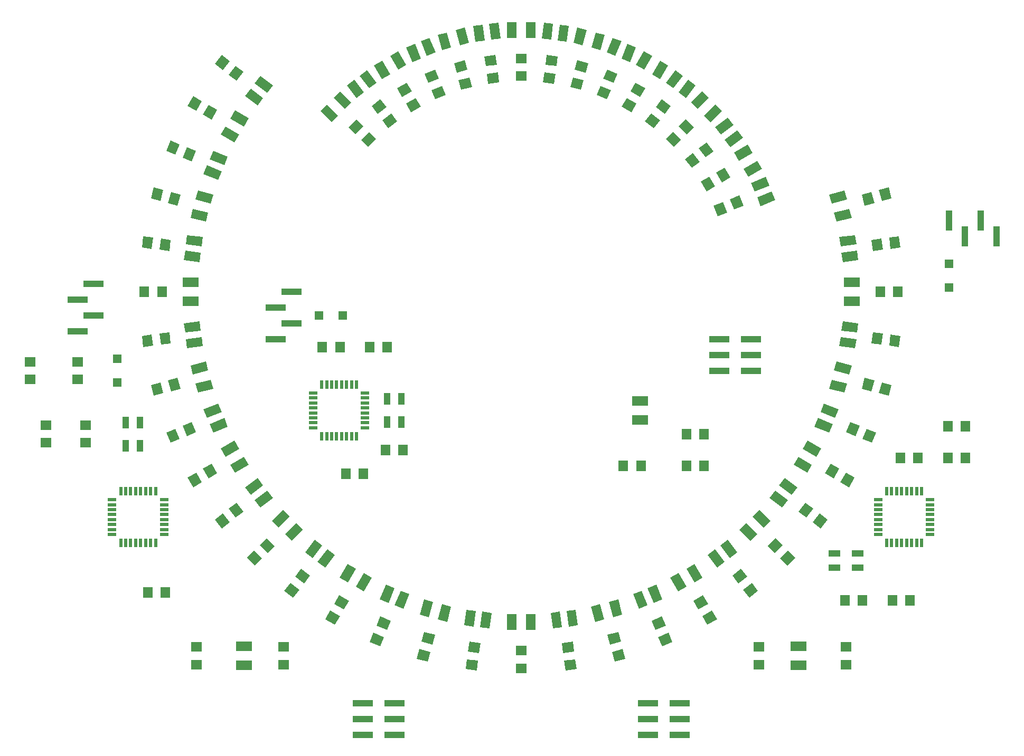
<source format=gbr>
G04 EAGLE Gerber RS-274X export*
G75*
%MOMM*%
%FSLAX34Y34*%
%LPD*%
%INSolderpaste Top*%
%IPPOS*%
%AMOC8*
5,1,8,0,0,1.08239X$1,22.5*%
G01*
%ADD10R,0.550000X1.470000*%
%ADD11R,1.470000X0.550000*%
%ADD12R,2.600000X1.500000*%
%ADD13R,1.400000X1.400000*%
%ADD14R,1.803000X1.600000*%
%ADD15R,1.900000X1.100000*%
%ADD16R,1.600000X1.800000*%
%ADD17R,1.600000X1.803000*%
%ADD18R,1.100000X1.900000*%
%ADD19R,1.800000X1.600000*%
%ADD20R,2.540000X1.500000*%
%ADD21R,1.500000X2.540000*%
%ADD22R,3.302000X1.016000*%
%ADD23R,1.016000X3.302000*%


D10*
X585956Y-403500D03*
X593956Y-403500D03*
X601956Y-403500D03*
X609956Y-403500D03*
X617956Y-403500D03*
X625956Y-403500D03*
X633956Y-403500D03*
X641956Y-403500D03*
D11*
X655656Y-389800D03*
X655656Y-381800D03*
X655656Y-373800D03*
X655656Y-365800D03*
X655656Y-357800D03*
X655656Y-349800D03*
X655656Y-341800D03*
X655656Y-333800D03*
D10*
X641956Y-320100D03*
X633956Y-320100D03*
X625956Y-320100D03*
X617956Y-320100D03*
X609956Y-320100D03*
X601956Y-320100D03*
X593956Y-320100D03*
X585956Y-320100D03*
D11*
X572256Y-333800D03*
X572256Y-341800D03*
X572256Y-349800D03*
X572256Y-357800D03*
X572256Y-365800D03*
X572256Y-373800D03*
X572256Y-381800D03*
X572256Y-389800D03*
D12*
X444500Y-569200D03*
X444500Y-599200D03*
D13*
X685800Y44400D03*
X685800Y6400D03*
D14*
X381000Y-569980D03*
X381000Y-598420D03*
X520700Y-569980D03*
X520700Y-598420D03*
D15*
X502200Y-443300D03*
X539200Y-420300D03*
X502200Y-420300D03*
X539200Y-443300D03*
D16*
X519400Y-495300D03*
X547400Y-495300D03*
X595600Y-495300D03*
X623600Y-495300D03*
X636300Y-266700D03*
X608300Y-266700D03*
X684500Y-266700D03*
X712500Y-266700D03*
X684500Y-215900D03*
X712500Y-215900D03*
D11*
X-333500Y-162500D03*
X-333500Y-170500D03*
X-333500Y-178500D03*
X-333500Y-186500D03*
X-333500Y-194500D03*
X-333500Y-202500D03*
X-333500Y-210500D03*
X-333500Y-218500D03*
D10*
X-319800Y-232200D03*
X-311800Y-232200D03*
X-303800Y-232200D03*
X-295800Y-232200D03*
X-287800Y-232200D03*
X-279800Y-232200D03*
X-271800Y-232200D03*
X-263800Y-232200D03*
D11*
X-250100Y-218500D03*
X-250100Y-210500D03*
X-250100Y-202500D03*
X-250100Y-194500D03*
X-250100Y-186500D03*
X-250100Y-178500D03*
X-250100Y-170500D03*
X-250100Y-162500D03*
D10*
X-263800Y-148800D03*
X-271800Y-148800D03*
X-279800Y-148800D03*
X-287800Y-148800D03*
X-295800Y-148800D03*
X-303800Y-148800D03*
X-311800Y-148800D03*
X-319800Y-148800D03*
D12*
X190500Y-175500D03*
X190500Y-205500D03*
D13*
X-285800Y-38100D03*
X-323800Y-38100D03*
D17*
X-290580Y-88900D03*
X-319020Y-88900D03*
X163580Y-279400D03*
X192020Y-279400D03*
D18*
X-191700Y-209000D03*
X-214700Y-172000D03*
X-214700Y-209000D03*
X-191700Y-172000D03*
D16*
X-252700Y-292100D03*
X-280700Y-292100D03*
X-217200Y-254000D03*
X-189200Y-254000D03*
X293400Y-228600D03*
X265400Y-228600D03*
X293400Y-279400D03*
X265400Y-279400D03*
X-242600Y-88900D03*
X-214600Y-88900D03*
D10*
X-585956Y-320100D03*
X-593956Y-320100D03*
X-601956Y-320100D03*
X-609956Y-320100D03*
X-617956Y-320100D03*
X-625956Y-320100D03*
X-633956Y-320100D03*
X-641956Y-320100D03*
D11*
X-655656Y-333800D03*
X-655656Y-341800D03*
X-655656Y-349800D03*
X-655656Y-357800D03*
X-655656Y-365800D03*
X-655656Y-373800D03*
X-655656Y-381800D03*
X-655656Y-389800D03*
D10*
X-641956Y-403500D03*
X-633956Y-403500D03*
X-625956Y-403500D03*
X-617956Y-403500D03*
X-609956Y-403500D03*
X-601956Y-403500D03*
X-593956Y-403500D03*
X-585956Y-403500D03*
D11*
X-572256Y-389800D03*
X-572256Y-381800D03*
X-572256Y-373800D03*
X-572256Y-365800D03*
X-572256Y-357800D03*
X-572256Y-349800D03*
X-572256Y-341800D03*
X-572256Y-333800D03*
D12*
X-444500Y-599200D03*
X-444500Y-569200D03*
D13*
X-647700Y-146000D03*
X-647700Y-108000D03*
D14*
X-381000Y-598420D03*
X-381000Y-569980D03*
X-520700Y-569980D03*
X-520700Y-598420D03*
D18*
X-633800Y-210100D03*
X-610800Y-247100D03*
X-610800Y-210100D03*
X-633800Y-247100D03*
D19*
X-762000Y-242600D03*
X-762000Y-214600D03*
X-698500Y-242600D03*
X-698500Y-214600D03*
D16*
X-570200Y-482600D03*
X-598200Y-482600D03*
D19*
X-711200Y-113000D03*
X-711200Y-141000D03*
X-787400Y-113000D03*
X-787400Y-141000D03*
D20*
G36*
X-65681Y-538735D02*
X-62366Y-513553D01*
X-47495Y-515511D01*
X-50810Y-540693D01*
X-65681Y-538735D01*
G37*
G36*
X-90863Y-535420D02*
X-87548Y-510238D01*
X-72677Y-512196D01*
X-75992Y-537378D01*
X-90863Y-535420D01*
G37*
D21*
X15000Y-530000D03*
X-15000Y-530000D03*
D17*
G36*
X-88849Y-605805D02*
X-86760Y-589943D01*
X-68885Y-592297D01*
X-70974Y-608159D01*
X-88849Y-605805D01*
G37*
G36*
X-85136Y-577608D02*
X-83047Y-561746D01*
X-65172Y-564100D01*
X-67261Y-579962D01*
X-85136Y-577608D01*
G37*
D14*
X0Y-575780D03*
X0Y-604220D03*
D20*
G36*
X75992Y-537378D02*
X72677Y-512196D01*
X87548Y-510238D01*
X90863Y-535420D01*
X75992Y-537378D01*
G37*
G36*
X50810Y-540693D02*
X47495Y-515511D01*
X62366Y-513553D01*
X65681Y-538735D01*
X50810Y-540693D01*
G37*
G36*
X147706Y-522266D02*
X141132Y-497732D01*
X155620Y-493850D01*
X162194Y-518384D01*
X147706Y-522266D01*
G37*
G36*
X118728Y-530031D02*
X112154Y-505497D01*
X126642Y-501615D01*
X133216Y-526149D01*
X118728Y-530031D01*
G37*
D17*
G36*
X70974Y-608159D02*
X68885Y-592297D01*
X86760Y-589943D01*
X88849Y-605805D01*
X70974Y-608159D01*
G37*
G36*
X67261Y-579962D02*
X65172Y-564100D01*
X83047Y-561746D01*
X85136Y-577608D01*
X67261Y-579962D01*
G37*
G36*
X155660Y-546101D02*
X159801Y-561555D01*
X142386Y-566221D01*
X138245Y-550767D01*
X155660Y-546101D01*
G37*
G36*
X163021Y-573572D02*
X167162Y-589026D01*
X149747Y-593692D01*
X145606Y-578238D01*
X163021Y-573572D01*
G37*
D20*
G36*
X212486Y-499399D02*
X202766Y-475933D01*
X216624Y-470193D01*
X226344Y-493659D01*
X212486Y-499399D01*
G37*
G36*
X189020Y-509119D02*
X179300Y-485653D01*
X193158Y-479913D01*
X202878Y-503379D01*
X189020Y-509119D01*
G37*
G36*
X277845Y-466241D02*
X265145Y-444245D01*
X278135Y-436745D01*
X290835Y-458741D01*
X277845Y-466241D01*
G37*
G36*
X251865Y-481241D02*
X239165Y-459245D01*
X252155Y-451745D01*
X264855Y-473741D01*
X251865Y-481241D01*
G37*
D17*
G36*
X225958Y-569067D02*
X219835Y-554286D01*
X236492Y-547387D01*
X242615Y-562168D01*
X225958Y-569067D01*
G37*
G36*
X215074Y-542791D02*
X208951Y-528010D01*
X225608Y-521111D01*
X231731Y-535892D01*
X215074Y-542791D01*
G37*
G36*
X291697Y-487205D02*
X299697Y-501060D01*
X284083Y-510075D01*
X276083Y-496220D01*
X291697Y-487205D01*
G37*
G36*
X305917Y-511835D02*
X313917Y-525690D01*
X298303Y-534705D01*
X290303Y-520850D01*
X305917Y-511835D01*
G37*
D20*
G36*
X334500Y-427387D02*
X319038Y-407237D01*
X330938Y-398105D01*
X346400Y-418255D01*
X334500Y-427387D01*
G37*
G36*
X314349Y-442850D02*
X298887Y-422700D01*
X310787Y-413568D01*
X326249Y-433718D01*
X314349Y-442850D01*
G37*
G36*
X389049Y-378443D02*
X371090Y-360484D01*
X381697Y-349877D01*
X399656Y-367836D01*
X389049Y-378443D01*
G37*
G36*
X367836Y-399656D02*
X349877Y-381697D01*
X360484Y-371090D01*
X378443Y-389049D01*
X367836Y-399656D01*
G37*
D17*
G36*
X365545Y-491194D02*
X355804Y-478502D01*
X370107Y-467526D01*
X379848Y-480218D01*
X365545Y-491194D01*
G37*
G36*
X348232Y-468631D02*
X338491Y-455939D01*
X352794Y-444963D01*
X362535Y-457655D01*
X348232Y-468631D01*
G37*
G36*
X407855Y-395107D02*
X419169Y-406421D01*
X406421Y-419169D01*
X395107Y-407855D01*
X407855Y-395107D01*
G37*
G36*
X427965Y-415217D02*
X439279Y-426531D01*
X426531Y-439279D01*
X415217Y-427965D01*
X427965Y-415217D01*
G37*
D20*
G36*
X433718Y-326249D02*
X413568Y-310787D01*
X422700Y-298887D01*
X442850Y-314349D01*
X433718Y-326249D01*
G37*
G36*
X418255Y-346400D02*
X398105Y-330938D01*
X407237Y-319038D01*
X427387Y-334500D01*
X418255Y-346400D01*
G37*
G36*
X473741Y-264855D02*
X451745Y-252155D01*
X459245Y-239165D01*
X481241Y-251865D01*
X473741Y-264855D01*
G37*
G36*
X458741Y-290835D02*
X436745Y-278135D01*
X444245Y-265145D01*
X466241Y-277845D01*
X458741Y-290835D01*
G37*
D17*
G36*
X480218Y-379848D02*
X467526Y-370107D01*
X478502Y-355804D01*
X491194Y-365545D01*
X480218Y-379848D01*
G37*
G36*
X457655Y-362535D02*
X444963Y-352794D01*
X455939Y-338491D01*
X468631Y-348232D01*
X457655Y-362535D01*
G37*
G36*
X496220Y-276083D02*
X510075Y-284083D01*
X501060Y-299697D01*
X487205Y-291697D01*
X496220Y-276083D01*
G37*
G36*
X520850Y-290303D02*
X534705Y-298303D01*
X525690Y-313917D01*
X511835Y-305917D01*
X520850Y-290303D01*
G37*
D20*
G36*
X503379Y-202878D02*
X479913Y-193158D01*
X485653Y-179300D01*
X509119Y-189020D01*
X503379Y-202878D01*
G37*
G36*
X493659Y-226344D02*
X470193Y-216624D01*
X475933Y-202766D01*
X499399Y-212486D01*
X493659Y-226344D01*
G37*
G36*
X526149Y-133216D02*
X501615Y-126642D01*
X505497Y-112154D01*
X530031Y-118728D01*
X526149Y-133216D01*
G37*
G36*
X518384Y-162194D02*
X493850Y-155620D01*
X497732Y-141132D01*
X522266Y-147706D01*
X518384Y-162194D01*
G37*
D17*
G36*
X562168Y-242615D02*
X547387Y-236492D01*
X554286Y-219835D01*
X569067Y-225958D01*
X562168Y-242615D01*
G37*
G36*
X535892Y-231731D02*
X521111Y-225608D01*
X528010Y-208951D01*
X542791Y-215074D01*
X535892Y-231731D01*
G37*
G36*
X550767Y-138245D02*
X566221Y-142386D01*
X561555Y-159801D01*
X546101Y-155660D01*
X550767Y-138245D01*
G37*
G36*
X578238Y-145606D02*
X593692Y-149747D01*
X589026Y-167162D01*
X573572Y-163021D01*
X578238Y-145606D01*
G37*
D20*
G36*
X538735Y-65681D02*
X513553Y-62366D01*
X515511Y-47495D01*
X540693Y-50810D01*
X538735Y-65681D01*
G37*
G36*
X535420Y-90863D02*
X510238Y-87548D01*
X512196Y-72677D01*
X537378Y-75992D01*
X535420Y-90863D01*
G37*
X530000Y15000D03*
X530000Y-15000D03*
D17*
G36*
X605805Y-88849D02*
X589943Y-86760D01*
X592297Y-68885D01*
X608159Y-70974D01*
X605805Y-88849D01*
G37*
G36*
X577608Y-85136D02*
X561746Y-83047D01*
X564100Y-65172D01*
X579962Y-67261D01*
X577608Y-85136D01*
G37*
X575780Y0D03*
X604220Y0D03*
D20*
G36*
X537378Y75992D02*
X512196Y72677D01*
X510238Y87548D01*
X535420Y90863D01*
X537378Y75992D01*
G37*
G36*
X540693Y50810D02*
X515511Y47495D01*
X513553Y62366D01*
X538735Y65681D01*
X540693Y50810D01*
G37*
G36*
X522266Y147706D02*
X497732Y141132D01*
X493850Y155620D01*
X518384Y162194D01*
X522266Y147706D01*
G37*
G36*
X530031Y118728D02*
X505497Y112154D01*
X501615Y126642D01*
X526149Y133216D01*
X530031Y118728D01*
G37*
D17*
G36*
X608159Y70974D02*
X592297Y68885D01*
X589943Y86760D01*
X605805Y88849D01*
X608159Y70974D01*
G37*
G36*
X579962Y67261D02*
X564100Y65172D01*
X561746Y83047D01*
X577608Y85136D01*
X579962Y67261D01*
G37*
G36*
X546101Y155660D02*
X561555Y159801D01*
X566221Y142386D01*
X550767Y138245D01*
X546101Y155660D01*
G37*
G36*
X573572Y163021D02*
X589026Y167162D01*
X593692Y149747D01*
X578238Y145606D01*
X573572Y163021D01*
G37*
D20*
G36*
X397772Y170391D02*
X374306Y160671D01*
X368566Y174529D01*
X392032Y184249D01*
X397772Y170391D01*
G37*
G36*
X407492Y146925D02*
X384026Y137205D01*
X378286Y151063D01*
X401752Y160783D01*
X407492Y146925D01*
G37*
G36*
X370979Y222845D02*
X348983Y210145D01*
X341483Y223135D01*
X363479Y235835D01*
X370979Y222845D01*
G37*
G36*
X385979Y196865D02*
X363983Y184165D01*
X356483Y197155D01*
X378479Y209855D01*
X385979Y196865D01*
G37*
D17*
G36*
X308619Y137591D02*
X323400Y143714D01*
X330299Y127057D01*
X315518Y120934D01*
X308619Y137591D01*
G37*
G36*
X334894Y148475D02*
X349675Y154598D01*
X356574Y137941D01*
X341793Y131818D01*
X334894Y148475D01*
G37*
G36*
X335519Y183303D02*
X321664Y175303D01*
X312649Y190917D01*
X326504Y198917D01*
X335519Y183303D01*
G37*
G36*
X310889Y169083D02*
X297034Y161083D01*
X288019Y176697D01*
X301874Y184697D01*
X310889Y169083D01*
G37*
D20*
G36*
X340118Y267536D02*
X319968Y252074D01*
X310836Y263974D01*
X330986Y279436D01*
X340118Y267536D01*
G37*
G36*
X355581Y247385D02*
X335431Y231923D01*
X326299Y243823D01*
X346449Y259285D01*
X355581Y247385D01*
G37*
G36*
X300661Y311267D02*
X282702Y293308D01*
X272095Y303915D01*
X290054Y321874D01*
X300661Y311267D01*
G37*
G36*
X321874Y290054D02*
X303915Y272095D01*
X293308Y282702D01*
X311267Y300661D01*
X321874Y290054D01*
G37*
D17*
G36*
X262492Y212779D02*
X275184Y222520D01*
X286160Y208217D01*
X273468Y198476D01*
X262492Y212779D01*
G37*
G36*
X285055Y230092D02*
X297747Y239833D01*
X308723Y225530D01*
X296031Y215789D01*
X285055Y230092D01*
G37*
G36*
X276644Y263896D02*
X265330Y252582D01*
X252582Y265330D01*
X263896Y276644D01*
X276644Y263896D01*
G37*
G36*
X256534Y243786D02*
X245220Y232472D01*
X232472Y245220D01*
X243786Y256534D01*
X256534Y243786D01*
G37*
D20*
G36*
X259285Y346449D02*
X243823Y326299D01*
X231923Y335431D01*
X247385Y355581D01*
X259285Y346449D01*
G37*
G36*
X279436Y330986D02*
X263974Y310836D01*
X252074Y319968D01*
X267536Y340118D01*
X279436Y330986D01*
G37*
G36*
X209855Y378479D02*
X197155Y356483D01*
X184165Y363983D01*
X196865Y385979D01*
X209855Y378479D01*
G37*
G36*
X235835Y363479D02*
X223135Y341483D01*
X210145Y348983D01*
X222845Y370979D01*
X235835Y363479D01*
G37*
D17*
G36*
X198476Y273468D02*
X208217Y286160D01*
X222520Y275184D01*
X212779Y262492D01*
X198476Y273468D01*
G37*
G36*
X215789Y296031D02*
X225530Y308723D01*
X239833Y297747D01*
X230092Y285055D01*
X215789Y296031D01*
G37*
G36*
X198917Y326504D02*
X190917Y312649D01*
X175303Y321664D01*
X183303Y335519D01*
X198917Y326504D01*
G37*
G36*
X184697Y301874D02*
X176697Y288019D01*
X161083Y297034D01*
X169083Y310889D01*
X184697Y301874D01*
G37*
D20*
G36*
X160783Y401752D02*
X151063Y378286D01*
X137205Y384026D01*
X146925Y407492D01*
X160783Y401752D01*
G37*
G36*
X184249Y392032D02*
X174529Y368566D01*
X160671Y374306D01*
X170391Y397772D01*
X184249Y392032D01*
G37*
G36*
X104746Y419897D02*
X98172Y395363D01*
X83684Y399245D01*
X90258Y423779D01*
X104746Y419897D01*
G37*
G36*
X133724Y412133D02*
X127150Y387599D01*
X112662Y391481D01*
X119236Y416015D01*
X133724Y412133D01*
G37*
D17*
G36*
X120934Y315518D02*
X127057Y330299D01*
X143714Y323400D01*
X137591Y308619D01*
X120934Y315518D01*
G37*
G36*
X131818Y341793D02*
X137941Y356574D01*
X154598Y349675D01*
X148475Y334894D01*
X131818Y341793D01*
G37*
G36*
X107633Y366863D02*
X103492Y351409D01*
X86077Y356075D01*
X90218Y371529D01*
X107633Y366863D01*
G37*
G36*
X100272Y339392D02*
X96131Y323938D01*
X78716Y328604D01*
X82857Y344058D01*
X100272Y339392D01*
G37*
D20*
G36*
X51323Y429677D02*
X48008Y404495D01*
X33137Y406453D01*
X36452Y431635D01*
X51323Y429677D01*
G37*
G36*
X76505Y426361D02*
X73190Y401179D01*
X58319Y403137D01*
X61634Y428319D01*
X76505Y426361D01*
G37*
D21*
X-15000Y420000D03*
X15000Y420000D03*
D17*
G36*
X35151Y336068D02*
X37240Y351930D01*
X55115Y349576D01*
X53026Y333714D01*
X35151Y336068D01*
G37*
G36*
X38864Y364265D02*
X40953Y380127D01*
X58828Y377773D01*
X56739Y361911D01*
X38864Y364265D01*
G37*
D14*
X0Y374220D03*
X0Y345780D03*
D20*
G36*
X-61634Y428319D02*
X-58319Y403137D01*
X-73190Y401179D01*
X-76505Y426361D01*
X-61634Y428319D01*
G37*
G36*
X-36452Y431635D02*
X-33137Y406453D01*
X-48008Y404495D01*
X-51323Y429677D01*
X-36452Y431635D01*
G37*
G36*
X-119236Y416015D02*
X-112662Y391481D01*
X-127150Y387599D01*
X-133724Y412133D01*
X-119236Y416015D01*
G37*
G36*
X-90258Y423779D02*
X-83684Y399245D01*
X-98172Y395363D01*
X-104746Y419897D01*
X-90258Y423779D01*
G37*
D17*
G36*
X-53026Y333714D02*
X-55115Y349576D01*
X-37240Y351930D01*
X-35151Y336068D01*
X-53026Y333714D01*
G37*
G36*
X-56739Y361911D02*
X-58828Y377773D01*
X-40953Y380127D01*
X-38864Y364265D01*
X-56739Y361911D01*
G37*
G36*
X-90218Y371529D02*
X-86077Y356075D01*
X-103492Y351409D01*
X-107633Y366863D01*
X-90218Y371529D01*
G37*
G36*
X-82857Y344058D02*
X-78716Y328604D01*
X-96131Y323938D01*
X-100272Y339392D01*
X-82857Y344058D01*
G37*
D20*
G36*
X-170391Y397772D02*
X-160671Y374306D01*
X-174529Y368566D01*
X-184249Y392032D01*
X-170391Y397772D01*
G37*
G36*
X-146925Y407492D02*
X-137205Y384026D01*
X-151063Y378286D01*
X-160783Y401752D01*
X-146925Y407492D01*
G37*
G36*
X-222845Y370979D02*
X-210145Y348983D01*
X-223135Y341483D01*
X-235835Y363479D01*
X-222845Y370979D01*
G37*
G36*
X-196865Y385979D02*
X-184165Y363983D01*
X-197155Y356483D01*
X-209855Y378479D01*
X-196865Y385979D01*
G37*
D17*
G36*
X-137591Y308619D02*
X-143714Y323400D01*
X-127057Y330299D01*
X-120934Y315518D01*
X-137591Y308619D01*
G37*
G36*
X-148475Y334894D02*
X-154598Y349675D01*
X-137941Y356574D01*
X-131818Y341793D01*
X-148475Y334894D01*
G37*
G36*
X-183303Y335519D02*
X-175303Y321664D01*
X-190917Y312649D01*
X-198917Y326504D01*
X-183303Y335519D01*
G37*
G36*
X-169083Y310889D02*
X-161083Y297034D01*
X-176697Y288019D01*
X-184697Y301874D01*
X-169083Y310889D01*
G37*
D20*
G36*
X-267536Y340118D02*
X-252074Y319968D01*
X-263974Y310836D01*
X-279436Y330986D01*
X-267536Y340118D01*
G37*
G36*
X-247385Y355581D02*
X-231923Y335431D01*
X-243823Y326299D01*
X-259285Y346449D01*
X-247385Y355581D01*
G37*
G36*
X-311267Y300661D02*
X-293308Y282702D01*
X-303915Y272095D01*
X-321874Y290054D01*
X-311267Y300661D01*
G37*
G36*
X-290054Y321874D02*
X-272095Y303915D01*
X-282702Y293308D01*
X-300661Y311267D01*
X-290054Y321874D01*
G37*
D17*
G36*
X-212779Y262492D02*
X-222520Y275184D01*
X-208217Y286160D01*
X-198476Y273468D01*
X-212779Y262492D01*
G37*
G36*
X-230092Y285055D02*
X-239833Y297747D01*
X-225530Y308723D01*
X-215789Y296031D01*
X-230092Y285055D01*
G37*
G36*
X-263896Y276644D02*
X-252582Y265330D01*
X-265330Y252582D01*
X-276644Y263896D01*
X-263896Y276644D01*
G37*
G36*
X-243786Y256534D02*
X-232472Y245220D01*
X-245220Y232472D01*
X-256534Y243786D01*
X-243786Y256534D01*
G37*
D20*
G36*
X-433718Y326249D02*
X-413568Y310787D01*
X-422700Y298887D01*
X-442850Y314349D01*
X-433718Y326249D01*
G37*
G36*
X-418255Y346400D02*
X-398105Y330938D01*
X-407237Y319038D01*
X-427387Y334500D01*
X-418255Y346400D01*
G37*
G36*
X-473741Y264855D02*
X-451745Y252155D01*
X-459245Y239165D01*
X-481241Y251865D01*
X-473741Y264855D01*
G37*
G36*
X-458741Y290835D02*
X-436745Y278135D01*
X-444245Y265145D01*
X-466241Y277845D01*
X-458741Y290835D01*
G37*
D17*
G36*
X-480218Y379848D02*
X-467526Y370107D01*
X-478502Y355804D01*
X-491194Y365545D01*
X-480218Y379848D01*
G37*
G36*
X-457655Y362535D02*
X-444963Y352794D01*
X-455939Y338491D01*
X-468631Y348232D01*
X-457655Y362535D01*
G37*
G36*
X-496220Y276083D02*
X-510075Y284083D01*
X-501060Y299697D01*
X-487205Y291697D01*
X-496220Y276083D01*
G37*
G36*
X-520850Y290303D02*
X-534705Y298303D01*
X-525690Y313917D01*
X-511835Y305917D01*
X-520850Y290303D01*
G37*
D20*
G36*
X-503379Y202878D02*
X-479913Y193158D01*
X-485653Y179300D01*
X-509119Y189020D01*
X-503379Y202878D01*
G37*
G36*
X-493659Y226344D02*
X-470193Y216624D01*
X-475933Y202766D01*
X-499399Y212486D01*
X-493659Y226344D01*
G37*
G36*
X-526149Y133216D02*
X-501615Y126642D01*
X-505497Y112154D01*
X-530031Y118728D01*
X-526149Y133216D01*
G37*
G36*
X-518384Y162194D02*
X-493850Y155620D01*
X-497732Y141132D01*
X-522266Y147706D01*
X-518384Y162194D01*
G37*
D17*
G36*
X-562168Y242615D02*
X-547387Y236492D01*
X-554286Y219835D01*
X-569067Y225958D01*
X-562168Y242615D01*
G37*
G36*
X-535892Y231731D02*
X-521111Y225608D01*
X-528010Y208951D01*
X-542791Y215074D01*
X-535892Y231731D01*
G37*
G36*
X-550767Y138245D02*
X-566221Y142386D01*
X-561555Y159801D01*
X-546101Y155660D01*
X-550767Y138245D01*
G37*
G36*
X-578238Y145606D02*
X-593692Y149747D01*
X-589026Y167162D01*
X-573572Y163021D01*
X-578238Y145606D01*
G37*
D20*
G36*
X-538735Y65681D02*
X-513553Y62366D01*
X-515511Y47495D01*
X-540693Y50810D01*
X-538735Y65681D01*
G37*
G36*
X-535420Y90863D02*
X-510238Y87548D01*
X-512196Y72677D01*
X-537378Y75992D01*
X-535420Y90863D01*
G37*
X-530000Y-15000D03*
X-530000Y15000D03*
D17*
G36*
X-605805Y88849D02*
X-589943Y86760D01*
X-592297Y68885D01*
X-608159Y70974D01*
X-605805Y88849D01*
G37*
G36*
X-577608Y85136D02*
X-561746Y83047D01*
X-564100Y65172D01*
X-579962Y67261D01*
X-577608Y85136D01*
G37*
X-575780Y0D03*
X-604220Y0D03*
D20*
G36*
X-537378Y-75992D02*
X-512196Y-72677D01*
X-510238Y-87548D01*
X-535420Y-90863D01*
X-537378Y-75992D01*
G37*
G36*
X-540693Y-50810D02*
X-515511Y-47495D01*
X-513553Y-62366D01*
X-538735Y-65681D01*
X-540693Y-50810D01*
G37*
G36*
X-522266Y-147706D02*
X-497732Y-141132D01*
X-493850Y-155620D01*
X-518384Y-162194D01*
X-522266Y-147706D01*
G37*
G36*
X-530031Y-118728D02*
X-505497Y-112154D01*
X-501615Y-126642D01*
X-526149Y-133216D01*
X-530031Y-118728D01*
G37*
D17*
G36*
X-608159Y-70974D02*
X-592297Y-68885D01*
X-589943Y-86760D01*
X-605805Y-88849D01*
X-608159Y-70974D01*
G37*
G36*
X-579962Y-67261D02*
X-564100Y-65172D01*
X-561746Y-83047D01*
X-577608Y-85136D01*
X-579962Y-67261D01*
G37*
G36*
X-546101Y-155660D02*
X-561555Y-159801D01*
X-566221Y-142386D01*
X-550767Y-138245D01*
X-546101Y-155660D01*
G37*
G36*
X-573572Y-163021D02*
X-589026Y-167162D01*
X-593692Y-149747D01*
X-578238Y-145606D01*
X-573572Y-163021D01*
G37*
D20*
G36*
X-499399Y-212486D02*
X-475933Y-202766D01*
X-470193Y-216624D01*
X-493659Y-226344D01*
X-499399Y-212486D01*
G37*
G36*
X-509119Y-189020D02*
X-485653Y-179300D01*
X-479913Y-193158D01*
X-503379Y-202878D01*
X-509119Y-189020D01*
G37*
G36*
X-466241Y-277845D02*
X-444245Y-265145D01*
X-436745Y-278135D01*
X-458741Y-290835D01*
X-466241Y-277845D01*
G37*
G36*
X-481241Y-251865D02*
X-459245Y-239165D01*
X-451745Y-252155D01*
X-473741Y-264855D01*
X-481241Y-251865D01*
G37*
D17*
G36*
X-569067Y-225958D02*
X-554286Y-219835D01*
X-547387Y-236492D01*
X-562168Y-242615D01*
X-569067Y-225958D01*
G37*
G36*
X-542791Y-215074D02*
X-528010Y-208951D01*
X-521111Y-225608D01*
X-535892Y-231731D01*
X-542791Y-215074D01*
G37*
G36*
X-487205Y-291697D02*
X-501060Y-299697D01*
X-510075Y-284083D01*
X-496220Y-276083D01*
X-487205Y-291697D01*
G37*
G36*
X-511835Y-305917D02*
X-525690Y-313917D01*
X-534705Y-298303D01*
X-520850Y-290303D01*
X-511835Y-305917D01*
G37*
D20*
G36*
X-427387Y-334500D02*
X-407237Y-319038D01*
X-398105Y-330938D01*
X-418255Y-346400D01*
X-427387Y-334500D01*
G37*
G36*
X-442850Y-314349D02*
X-422700Y-298887D01*
X-413568Y-310787D01*
X-433718Y-326249D01*
X-442850Y-314349D01*
G37*
G36*
X-378443Y-389049D02*
X-360484Y-371090D01*
X-349877Y-381697D01*
X-367836Y-399656D01*
X-378443Y-389049D01*
G37*
G36*
X-399656Y-367836D02*
X-381697Y-349877D01*
X-371090Y-360484D01*
X-389049Y-378443D01*
X-399656Y-367836D01*
G37*
D17*
G36*
X-491194Y-365545D02*
X-478502Y-355804D01*
X-467526Y-370107D01*
X-480218Y-379848D01*
X-491194Y-365545D01*
G37*
G36*
X-468631Y-348232D02*
X-455939Y-338491D01*
X-444963Y-352794D01*
X-457655Y-362535D01*
X-468631Y-348232D01*
G37*
G36*
X-395107Y-407855D02*
X-406421Y-419169D01*
X-419169Y-406421D01*
X-407855Y-395107D01*
X-395107Y-407855D01*
G37*
G36*
X-415217Y-427965D02*
X-426531Y-439279D01*
X-439279Y-426531D01*
X-427965Y-415217D01*
X-415217Y-427965D01*
G37*
D20*
G36*
X-326249Y-433718D02*
X-310787Y-413568D01*
X-298887Y-422700D01*
X-314349Y-442850D01*
X-326249Y-433718D01*
G37*
G36*
X-346400Y-418255D02*
X-330938Y-398105D01*
X-319038Y-407237D01*
X-334500Y-427387D01*
X-346400Y-418255D01*
G37*
G36*
X-264855Y-473741D02*
X-252155Y-451745D01*
X-239165Y-459245D01*
X-251865Y-481241D01*
X-264855Y-473741D01*
G37*
G36*
X-290835Y-458741D02*
X-278135Y-436745D01*
X-265145Y-444245D01*
X-277845Y-466241D01*
X-290835Y-458741D01*
G37*
D17*
G36*
X-379848Y-480218D02*
X-370107Y-467526D01*
X-355804Y-478502D01*
X-365545Y-491194D01*
X-379848Y-480218D01*
G37*
G36*
X-362535Y-457655D02*
X-352794Y-444963D01*
X-338491Y-455939D01*
X-348232Y-468631D01*
X-362535Y-457655D01*
G37*
G36*
X-276083Y-496220D02*
X-284083Y-510075D01*
X-299697Y-501060D01*
X-291697Y-487205D01*
X-276083Y-496220D01*
G37*
G36*
X-290303Y-520850D02*
X-298303Y-534705D01*
X-313917Y-525690D01*
X-305917Y-511835D01*
X-290303Y-520850D01*
G37*
D20*
G36*
X-202878Y-503379D02*
X-193158Y-479913D01*
X-179300Y-485653D01*
X-189020Y-509119D01*
X-202878Y-503379D01*
G37*
G36*
X-226344Y-493659D02*
X-216624Y-470193D01*
X-202766Y-475933D01*
X-212486Y-499399D01*
X-226344Y-493659D01*
G37*
G36*
X-133216Y-526149D02*
X-126642Y-501615D01*
X-112154Y-505497D01*
X-118728Y-530031D01*
X-133216Y-526149D01*
G37*
G36*
X-162194Y-518384D02*
X-155620Y-493850D01*
X-141132Y-497732D01*
X-147706Y-522266D01*
X-162194Y-518384D01*
G37*
D17*
G36*
X-242615Y-562168D02*
X-236492Y-547387D01*
X-219835Y-554286D01*
X-225958Y-569067D01*
X-242615Y-562168D01*
G37*
G36*
X-231731Y-535892D02*
X-225608Y-521111D01*
X-208951Y-528010D01*
X-215074Y-542791D01*
X-231731Y-535892D01*
G37*
G36*
X-138245Y-550767D02*
X-142386Y-566221D01*
X-159801Y-561555D01*
X-155660Y-546101D01*
X-138245Y-550767D01*
G37*
G36*
X-145606Y-578238D02*
X-149747Y-593692D01*
X-167162Y-589026D01*
X-163021Y-573572D01*
X-145606Y-578238D01*
G37*
D22*
X-368300Y0D03*
X-393700Y-25400D03*
X-368300Y-50800D03*
X-393700Y-76200D03*
X-685800Y12700D03*
X-711200Y-12700D03*
X-685800Y-38100D03*
X-711200Y-63500D03*
X254000Y-711200D03*
X203200Y-711200D03*
X254000Y-685800D03*
X203200Y-685800D03*
X254000Y-660400D03*
X203200Y-660400D03*
X317500Y-76200D03*
X368300Y-76200D03*
X317500Y-101600D03*
X368300Y-101600D03*
X317500Y-127000D03*
X368300Y-127000D03*
X-254000Y-660400D03*
X-203200Y-660400D03*
X-254000Y-685800D03*
X-203200Y-685800D03*
X-254000Y-711200D03*
X-203200Y-711200D03*
D23*
X685800Y114300D03*
X711200Y88900D03*
X736600Y114300D03*
X762000Y88900D03*
M02*

</source>
